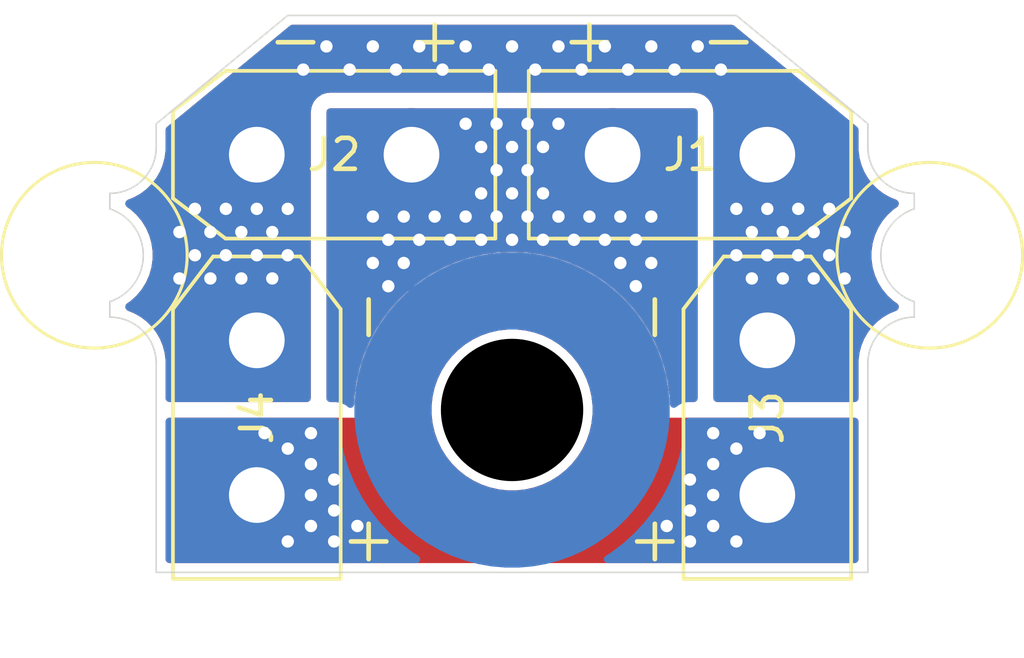
<source format=kicad_pcb>
(kicad_pcb (version 20240108) (generator "pcbnew") (generator_version "8.0")
  (layers (0 "F.Cu" signal) (1 "In1.Cu" signal) (2 "In2.Cu" signal) (31 "B.Cu" signal) (34 "B.Paste" user) (35 "F.Paste" user) (36 "B.SilkS" user "B.Silkscreen") (37 "F.SilkS" user "F.Silkscreen") (38 "B.Mask" user) (39 "F.Mask" user) (44 "Edge.Cuts" user))
  (net 0 "")
  (net 1 "GND")
  (net 2 "/BATT")
  (net 3 "/VCC")
  (footprint "Connector_AMASS:AMASS_XT30UPB-F_1x02_P5.0mm_Vertical" (layer "F.Cu") (at 93.25 65 180)
    (property "Reference" "J1" (at 2.5 0 180) (layer "F.SilkS"))
    (property "Value" "Conn_01x02_Pin")
    (fp_line (start 7.71 -2.71) (end 7.71 2.71) (stroke (width 0.12)) (layer "F.SilkS"))
    (fp_line (start -1.01 2.71) (end 7.71 2.71) (stroke (width 0.12)) (layer "F.SilkS"))
    (fp_line (start -1.01 -2.71) (end 7.71 -2.71) (stroke (width 0.12)) (layer "F.SilkS"))
    (fp_line (start -2.71 1.41) (end -1.01 2.71) (stroke (width 0.12)) (layer "F.SilkS"))
    (fp_line (start -2.71 -1.41) (end -1.01 -2.71) (stroke (width 0.12)) (layer "F.SilkS"))
    (fp_line (start -2.71 -1.41) (end -2.71 1.41) (stroke (width 0.12)) (layer "F.SilkS"))
    (fp_text user "+" (at 10.75 3.75 180) (layer "F.SilkS") (effects (font (size 1.5 1.5))))
    (fp_text user "-" (at 1.25 3.75 180) (layer "F.SilkS") (effects (font (size 1.5 1.5))))
    (pad "1" thru_hole rect (at 0 0 180) (size 3 3) (drill 1.8) (layers "*.Cu" "*.Mask") (net 1 "GND"))
    (pad "2" thru_hole circle (at 5 0 180) (size 3 3) (drill 1.8) (layers "*.Cu" "*.Mask") (net 2 "/BATT"))
  )
  (footprint "Connector_AMASS:AMASS_XT30UPB-F_1x02_P5.0mm_Vertical" (layer "F.Cu") (at 76.75 71 -90)
    (property "Reference" "J4" (at 2.5 0 90) (layer "F.SilkS"))
    (property "Value" "Conn_01x02_Socket")
    (fp_line (start -1.01 2.71) (end 7.71 2.71) (stroke (width 0.12)) (layer "F.SilkS"))
    (fp_line (start -2.71 1.41) (end -1.01 2.71) (stroke (width 0.12)) (layer "F.SilkS"))
    (fp_line (start -2.71 -1.41) (end -2.71 1.41) (stroke (width 0.12)) (layer "F.SilkS"))
    (fp_line (start -2.71 -1.41) (end -1.01 -2.71) (stroke (width 0.12)) (layer "F.SilkS"))
    (fp_line (start -1.01 -2.71) (end 7.71 -2.71) (stroke (width 0.12)) (layer "F.SilkS"))
    (fp_line (start 7.71 -2.71) (end 7.71 2.71) (stroke (width 0.12)) (layer "F.SilkS"))
    (fp_text user "-" (at -0.75 -3.5 90) (layer "F.SilkS") (effects (font (size 1.5 1.5))))
    (fp_text user "+" (at 6.5 -3.5 90) (layer "F.SilkS") (effects (font (size 1.5 1.5))))
    (pad "1" thru_hole rect (at 0 0 270) (size 3 3) (drill 1.8) (layers "*.Cu" "*.Mask") (net 1 "GND"))
    (pad "2" thru_hole circle (at 5 0 270) (size 3 3) (drill 1.8) (layers "*.Cu" "*.Mask") (net 3 "/VCC"))
  )
  (footprint "SMDNutSwitch:SMTSO2515_Switch" (layer "F.Cu") (at 85 73.25)
    (property "Reference" "SW1" (hide yes))
    (property "Value" "~" (hide yes))
    (pad "" np_thru_hole circle (at 0 0) (size 9.2 9.2) (drill 4.6) (layers "F.Mask"))
    (pad "1" smd custom (at -3.75 0) (size 0.1 0.1) (layers "F.Cu" "F.Mask") (net 3 "/VCC") (options (clearance outline) (anchor rect)) (primitives (gr_circle (center 3.75 0) (end 7.35 0) (width 2) (fill no))))
    (pad "2" smd custom (at -4 0) (size 0.1 0.1) (layers "B.Cu" "B.Mask") (net 2 "/BATT") (options (clearance outline) (anchor rect)) (primitives (gr_circle (center 4 0) (end 7.85 0) (width 2.5) (fill no))))
  )
  (footprint "Connector_AMASS:AMASS_XT30UPB-F_1x02_P5.0mm_Vertical" (layer "F.Cu") (at 76.75 65)
    (property "Reference" "J2" (at 2.5 0 0) (layer "F.SilkS"))
    (property "Value" "Conn_01x02_Pin")
    (fp_line (start -2.71 -1.41) (end -2.71 1.41) (stroke (width 0.12)) (layer "F.SilkS"))
    (fp_line (start -2.71 -1.41) (end -1.01 -2.71) (stroke (width 0.12)) (layer "F.SilkS"))
    (fp_line (start -2.71 1.41) (end -1.01 2.71) (stroke (width 0.12)) (layer "F.SilkS"))
    (fp_line (start -1.01 -2.71) (end 7.71 -2.71) (stroke (width 0.12)) (layer "F.SilkS"))
    (fp_line (start -1.01 2.71) (end 7.71 2.71) (stroke (width 0.12)) (layer "F.SilkS"))
    (fp_line (start 7.71 -2.71) (end 7.71 2.71) (stroke (width 0.12)) (layer "F.SilkS"))
    (fp_text user "-" (at 1.25 -3.75 0) (layer "F.SilkS") (effects (font (size 1.5 1.5))))
    (fp_text user "+" (at 10.75 -3.75 0) (layer "F.SilkS") (effects (font (size 1.5 1.5))))
    (pad "1" thru_hole rect (at 0 0) (size 3 3) (drill 1.8) (layers "*.Cu" "*.Mask") (net 1 "GND"))
    (pad "2" thru_hole circle (at 5 0) (size 3 3) (drill 1.8) (layers "*.Cu" "*.Mask") (net 2 "/BATT"))
  )
  (footprint "Connector_AMASS:AMASS_XT30UPB-F_1x02_P5.0mm_Vertical" (layer "F.Cu") (at 93.25 71 -90)
    (property "Reference" "J3" (at 2.5 0 90) (layer "F.SilkS"))
    (property "Value" "Conn_01x02_Socket")
    (fp_line (start -1.01 2.71) (end 7.71 2.71) (stroke (width 0.12)) (layer "F.SilkS"))
    (fp_line (start -2.71 1.41) (end -1.01 2.71) (stroke (width 0.12)) (layer "F.SilkS"))
    (fp_line (start -2.71 -1.41) (end -2.71 1.41) (stroke (width 0.12)) (layer "F.SilkS"))
    (fp_line (start -2.71 -1.41) (end -1.01 -2.71) (stroke (width 0.12)) (layer "F.SilkS"))
    (fp_line (start -1.01 -2.71) (end 7.71 -2.71) (stroke (width 0.12)) (layer "F.SilkS"))
    (fp_line (start 7.71 -2.71) (end 7.71 2.71) (stroke (width 0.12)) (layer "F.SilkS"))
    (fp_text user "-" (at -0.75 3.75 90) (layer "F.SilkS") (effects (font (size 1.5 1.5))))
    (fp_text user "+" (at 6.5 3.75 90) (layer "F.SilkS") (effects (font (size 1.5 1.5))))
    (pad "1" thru_hole rect (at 0 0 270) (size 3 3) (drill 1.8) (layers "*.Cu" "*.Mask") (net 1 "GND"))
    (pad "2" thru_hole circle (at 5 0 270) (size 3 3) (drill 1.8) (layers "*.Cu" "*.Mask") (net 3 "/VCC"))
  )
  (gr_circle (center 71.5 68.25) (end 74.5 68.25) (stroke (width 0.1)) (fill none) (layer "F.SilkS"))
  (gr_circle (center 98.5 68.25) (end 101.5 68.25) (stroke (width 0.1)) (fill none) (layer "F.SilkS"))
  (gr_line (start 96.5 64) (end 96.5 64.75) (stroke (width 0.05)) (layer "Edge.Cuts"))
  (gr_arc (start 73.5 64.75) (mid 73.06066 65.81066) (end 72 66.25) (stroke (width 0.05)) (layer "Edge.Cuts"))
  (gr_line (start 73.5 78.5) (end 96.5 78.5) (stroke (width 0.05)) (layer "Edge.Cuts"))
  (gr_arc (start 72 70.25) (mid 73.06066 70.68934) (end 73.5 71.75) (stroke (width 0.05)) (layer "Edge.Cuts"))
  (gr_line (start 73.5 78.5) (end 73.5 71.75) (stroke (width 0.05)) (layer "Edge.Cuts"))
  (gr_line (start 73.5 64.75) (end 73.5 64) (stroke (width 0.05)) (layer "Edge.Cuts"))
  (gr_line (start 77.75 60.5) (end 73.5 64) (stroke (width 0.05)) (layer "Edge.Cuts"))
  (gr_line (start 97.999999 69.749999) (end 98 70.25) (stroke (width 0.05)) (layer "Edge.Cuts"))
  (gr_line (start 96.5 71.75) (end 96.5 78.5) (stroke (width 0.05)) (layer "Edge.Cuts"))
  (gr_line (start 72 66.750001) (end 72 66.25) (stroke (width 0.05)) (layer "Edge.Cuts"))
  (gr_arc (start 72 66.750001) (mid 73.081138 68.25) (end 72.000001 69.749999) (stroke (width 0.05)) (layer "Edge.Cuts"))
  (gr_arc (start 98 66.25) (mid 96.93934 65.81066) (end 96.5 64.75) (stroke (width 0.05)) (layer "Edge.Cuts"))
  (gr_line (start 92.25 60.5) (end 96.5 64) (stroke (width 0.05)) (layer "Edge.Cuts"))
  (gr_line (start 77.75 60.5) (end 92.25 60.5) (stroke (width 0.05)) (layer "Edge.Cuts"))
  (gr_line (start 72 70.25) (end 72.000001 69.749999) (stroke (width 0.05)) (layer "Edge.Cuts"))
  (gr_arc (start 97.999999 69.749999) (mid 96.918862 68.25) (end 98 66.750001) (stroke (width 0.05)) (layer "Edge.Cuts"))
  (gr_line (start 98 66.25) (end 98 66.750001) (stroke (width 0.05)) (layer "Edge.Cuts"))
  (gr_arc (start 96.5 71.75) (mid 96.93934 70.68934) (end 98 70.25) (stroke (width 0.05)) (layer "Edge.Cuts"))
  (via (at 76.75 68.25) (size 0.75) (drill 0.4) (layers "F.Cu" "B.Cu") (net 1))
  (via (at 77.25 67.5) (size 0.75) (drill 0.4) (layers "F.Cu" "B.Cu") (net 1))
  (via (at 92.75 67.5) (size 0.75) (drill 0.4) (layers "F.Cu" "B.Cu") (net 1))
  (via (at 94.75 67.5) (size 0.75) (drill 0.4) (layers "F.Cu" "B.Cu") (net 1))
  (via (at 91 61.5) (size 0.75) (drill 0.4) (layers "F.Cu" "B.Cu") (net 1))
  (via (at 94.25 68.25) (size 0.75) (drill 0.4) (layers "F.Cu" "B.Cu") (net 1))
  (via (at 76.25 69) (size 0.75) (drill 0.4) (layers "F.Cu" "B.Cu") (net 1))
  (via (at 79.75 62.25) (size 0.75) (drill 0.4) (layers "F.Cu" "B.Cu") (net 1))
  (via (at 95.25 68.25) (size 0.75) (drill 0.4) (layers "F.Cu" "B.Cu") (net 1))
  (via (at 77.75 66.75) (size 0.75) (drill 0.4) (layers "F.Cu" "B.Cu") (net 1))
  (via (at 95.75 67.5) (size 0.75) (drill 0.4) (layers "F.Cu" "B.Cu") (net 1))
  (via (at 86.5 61.5) (size 0.75) (drill 0.4) (layers "F.Cu" "B.Cu") (net 1))
  (via (at 91.75 62.25) (size 0.75) (drill 0.4) (layers "F.Cu" "B.Cu") (net 1))
  (via (at 85 61.5) (size 0.75) (drill 0.4) (layers "F.Cu" "B.Cu") (net 1))
  (via (at 84.25 62.25) (size 0.75) (drill 0.4) (layers "F.Cu" "B.Cu") (net 1))
  (via (at 75.75 68.25) (size 0.75) (drill 0.4) (layers "F.Cu" "B.Cu") (net 1))
  (via (at 87.25 62.25) (size 0.75) (drill 0.4) (layers "F.Cu" "B.Cu") (net 1))
  (via (at 95.75 69) (size 0.75) (drill 0.4) (layers "F.Cu" "B.Cu") (net 1))
  (via (at 92.25 66.75) (size 0.75) (drill 0.4) (layers "F.Cu" "B.Cu") (net 1))
  (via (at 89.5 61.5) (size 0.75) (drill 0.4) (layers "F.Cu" "B.Cu") (net 1))
  (via (at 93.75 67.5) (size 0.75) (drill 0.4) (layers "F.Cu" "B.Cu") (net 1))
  (via (at 95.25 66.75) (size 0.75) (drill 0.4) (layers "F.Cu" "B.Cu") (net 1))
  (via (at 74.75 66.75) (size 0.75) (drill 0.4) (layers "F.Cu" "B.Cu") (net 1))
  (via (at 74.25 67.5) (size 0.75) (drill 0.4) (layers "F.Cu" "B.Cu") (net 1))
  (via (at 88.75 62.25) (size 0.75) (drill 0.4) (layers "F.Cu" "B.Cu") (net 1))
  (via (at 79 61.5) (size 0.75) (drill 0.4) (layers "F.Cu" "B.Cu") (net 1))
  (via (at 75.75 66.75) (size 0.75) (drill 0.4) (layers "F.Cu" "B.Cu") (net 1))
  (via (at 78.25 62.25) (size 0.75) (drill 0.4) (layers "F.Cu" "B.Cu") (net 1))
  (via (at 85.75 62.25) (size 0.75) (drill 0.4) (layers "F.Cu" "B.Cu") (net 1))
  (via (at 94.25 66.75) (size 0.75) (drill 0.4) (layers "F.Cu" "B.Cu") (net 1))
  (via (at 77.75 68.25) (size 0.75) (drill 0.4) (layers "F.Cu" "B.Cu") (net 1))
  (via (at 81.25 62.25) (size 0.75) (drill 0.4) (layers "F.Cu" "B.Cu") (net 1))
  (via (at 75.25 67.5) (size 0.75) (drill 0.4) (layers "F.Cu" "B.Cu") (net 1))
  (via (at 75.25 69) (size 0.75) (drill 0.4) (layers "F.Cu" "B.Cu") (net 1))
  (via (at 93.25 68.25) (size 0.75) (drill 0.4) (layers "F.Cu" "B.Cu") (net 1))
  (via (at 77.25 69) (size 0.75) (drill 0.4) (layers "F.Cu" "B.Cu") (net 1))
  (via (at 90.25 62.25) (size 0.75) (drill 0.4) (layers "F.Cu" "B.Cu") (net 1))
  (via (at 80.5 61.5) (size 0.75) (drill 0.4) (layers "F.Cu" "B.Cu") (net 1))
  (via (at 94.75 69) (size 0.75) (drill 0.4) (layers "F.Cu" "B.Cu") (net 1))
  (via (at 83.5 61.5) (size 0.75) (drill 0.4) (layers "F.Cu" "B.Cu") (net 1))
  (via (at 76.25 67.5) (size 0.75) (drill 0.4) (layers "F.Cu" "B.Cu") (net 1))
  (via (at 88 61.5) (size 0.75) (drill 0.4) (layers "F.Cu" "B.Cu") (net 1))
  (via (at 92.25 68.25) (size 0.75) (drill 0.4) (layers "F.Cu" "B.Cu") (net 1))
  (via (at 93.75 69) (size 0.75) (drill 0.4) (layers "F.Cu" "B.Cu") (net 1))
  (via (at 74.25 69) (size 0.75) (drill 0.4) (layers "F.Cu" "B.Cu") (net 1))
  (via (at 76.75 66.75) (size 0.75) (drill 0.4) (layers "F.Cu" "B.Cu") (net 1))
  (via (at 93.25 66.75) (size 0.75) (drill 0.4) (layers "F.Cu" "B.Cu") (net 1))
  (via (at 82.75 62.25) (size 0.75) (drill 0.4) (layers "F.Cu" "B.Cu") (net 1))
  (via (at 92.75 69) (size 0.75) (drill 0.4) (layers "F.Cu" "B.Cu") (net 1))
  (via (at 82 61.5) (size 0.75) (drill 0.4) (layers "F.Cu" "B.Cu") (net 1))
  (via (at 74.75 68.25) (size 0.75) (drill 0.4) (layers "F.Cu" "B.Cu") (net 1))
  (via (at 88 67.75) (size 0.75) (drill 0.4) (layers "F.Cu" "B.Cu") (net 2))
  (via (at 83.5 64) (size 0.75) (drill 0.4) (layers "F.Cu" "B.Cu") (net 2))
  (via (at 89.5 68.5) (size 0.75) (drill 0.4) (layers "F.Cu" "B.Cu") (net 2))
  (via (at 84 64.75) (size 0.75) (drill 0.4) (layers "F.Cu" "B.Cu") (net 2))
  (via (at 81 67.75) (size 0.75) (drill 0.4) (layers "F.Cu" "B.Cu") (net 2))
  (via (at 87 67.75) (size 0.75) (drill 0.4) (layers "F.Cu" "B.Cu") (net 2))
  (via (at 85 66.25) (size 0.75) (drill 0.4) (layers "F.Cu" "B.Cu") (net 2))
  (via (at 88.5 67) (size 0.75) (drill 0.4) (layers "F.Cu" "B.Cu") (net 2))
  (via (at 83.5 67) (size 0.75) (drill 0.4) (layers "F.Cu" "B.Cu") (net 2))
  (via (at 84 67.75) (size 0.75) (drill 0.4) (layers "F.Cu" "B.Cu") (net 2))
  (via (at 80.5 68.5) (size 0.75) (drill 0.4) (layers "F.Cu" "B.Cu") (net 2))
  (via (at 89.5 67) (size 0.75) (drill 0.4) (layers "F.Cu" "B.Cu") (net 2))
  (via (at 85.5 67) (size 0.75) (drill 0.4) (layers "F.Cu" "B.Cu") (net 2))
  (via (at 83 67.75) (size 0.75) (drill 0.4) (layers "F.Cu" "B.Cu") (net 2))
  (via (at 89 67.75) (size 0.75) (drill 0.4) (layers "F.Cu" "B.Cu") (net 2))
  (via (at 85.5 64) (size 0.75) (drill 0.4) (layers "F.Cu" "B.Cu") (net 2))
  (via (at 81.5 67) (size 0.75) (drill 0.4) (layers "F.Cu" "B.Cu") (net 2))
  (via (at 86.5 67) (size 0.75) (drill 0.4) (layers "F.Cu" "B.Cu") (net 2))
  (via (at 81 69.25) (size 0.75) (drill 0.4) (layers "F.Cu" "B.Cu") (net 2))
  (via (at 89 69.25) (size 0.75) (drill 0.4) (layers "F.Cu" "B.Cu") (net 2))
  (via (at 84.5 67) (size 0.75) (drill 0.4) (layers "F.Cu" "B.Cu") (net 2))
  (via (at 86.5 64) (size 0.75) (drill 0.4) (layers "F.Cu" "B.Cu") (net 2))
  (via (at 85 67.75) (size 0.75) (drill 0.4) (layers "F.Cu" "B.Cu") (net 2))
  (via (at 86 66.25) (size 0.75) (drill 0.4) (layers "F.Cu" "B.Cu") (net 2))
  (via (at 87.5 67) (size 0.75) (drill 0.4) (layers "F.Cu" "B.Cu") (net 2))
  (via (at 85 64.75) (size 0.75) (drill 0.4) (layers "F.Cu" "B.Cu") (net 2))
  (via (at 86 64.75) (size 0.75) (drill 0.4) (layers "F.Cu" "B.Cu") (net 2))
  (via (at 82 67.75) (size 0.75) (drill 0.4) (layers "F.Cu" "B.Cu") (net 2))
  (via (at 84.5 64) (size 0.75) (drill 0.4) (layers "F.Cu" "B.Cu") (net 2))
  (via (at 80.5 67) (size 0.75) (drill 0.4) (layers "F.Cu" "B.Cu") (net 2))
  (via (at 85.5 65.5) (size 0.75) (drill 0.4) (layers "F.Cu" "B.Cu") (net 2))
  (via (at 86 67.75) (size 0.75) (drill 0.4) (layers "F.Cu" "B.Cu") (net 2))
  (via (at 81.5 68.5) (size 0.75) (drill 0.4) (layers "F.Cu" "B.Cu") (net 2))
  (via (at 88.5 68.5) (size 0.75) (drill 0.4) (layers "F.Cu" "B.Cu") (net 2))
  (via (at 82.5 67) (size 0.75) (drill 0.4) (layers "F.Cu" "B.Cu") (net 2))
  (via (at 84.5 65.5) (size 0.75) (drill 0.4) (layers "F.Cu" "B.Cu") (net 2))
  (via (at 84 66.25) (size 0.75) (drill 0.4) (layers "F.Cu" "B.Cu") (net 2))
  (segment (start 81.75 67.25) (end 81.5 67) (width 0.2) (layer "B.Cu") (net 2))
  (segment (start 81.75 72.5) (end 81.75 68.75) (width 0.2) (layer "B.Cu") (net 2))
  (segment (start 81.75 68.25) (end 81.75 68) (width 0.2) (layer "B.Cu") (net 2))
  (segment (start 81.75 66.75) (end 81.75 64.75) (width 0.2) (layer "B.Cu") (net 2))
  (segment (start 81.75 68.75) (end 81.5 68.5) (width 0.2) (layer "B.Cu") (net 2))
  (segment (start 81.5 67) (end 81.75 66.75) (width 0.2) (layer "B.Cu") (net 2))
  (segment (start 81 73.25) (end 81.75 72.5) (width 0.2) (layer "B.Cu") (net 2))
  (segment (start 81.75 68) (end 82 67.75) (width 0.2) (layer "B.Cu") (net 2))
  (segment (start 81.5 68.5) (end 81.75 68.25) (width 0.2) (layer "B.Cu") (net 2))
  (segment (start 81.75 67.5) (end 81.75 67.25) (width 0.2) (layer "B.Cu") (net 2))
  (segment (start 82 67.75) (end 81.75 67.5) (width 0.2) (layer "B.Cu") (net 2))
  (via (at 92.25 74.5) (size 0.75) (drill 0.4) (layers "F.Cu" "B.Cu") (net 3))
  (via (at 77 74) (size 0.75) (drill 0.4) (layers "F.Cu" "B.Cu") (net 3))
  (via (at 91.5 74) (size 0.75) (drill 0.4) (layers "F.Cu" "B.Cu") (net 3))
  (via (at 93 74) (size 0.75) (drill 0.4) (layers "F.Cu" "B.Cu") (net 3))
  (via (at 91.5 76) (size 0.75) (drill 0.4) (layers "F.Cu" "B.Cu") (net 3))
  (via (at 90.75 77.5) (size 0.75) (drill 0.4) (layers "F.Cu" "B.Cu") (net 3))
  (via (at 78.5 77) (size 0.75) (drill 0.4) (layers "F.Cu" "B.Cu") (net 3))
  (via (at 91.5 75) (size 0.75) (drill 0.4) (layers "F.Cu" "B.Cu") (net 3))
  (via (at 79.25 76.5) (size 0.75) (drill 0.4) (layers "F.Cu" "B.Cu") (net 3))
  (via (at 90.75 75.5) (size 0.75) (drill 0.4) (layers "F.Cu" "B.Cu") (net 3))
  (via (at 78.5 76) (size 0.75) (drill 0.4) (layers "F.Cu" "B.Cu") (net 3))
  (via (at 79.25 77.5) (size 0.75) (drill 0.4) (layers "F.Cu" "B.Cu") (net 3))
  (via (at 80 77) (size 0.75) (drill 0.4) (layers "F.Cu" "B.Cu") (net 3))
  (via (at 77.75 77.5) (size 0.75) (drill 0.4) (layers "F.Cu" "B.Cu") (net 3))
  (via (at 92.25 77.5) (size 0.75) (drill 0.4) (layers "F.Cu" "B.Cu") (net 3))
  (via (at 77.75 74.5) (size 0.75) (drill 0.4) (layers "F.Cu" "B.Cu") (net 3))
  (via (at 90.75 76.5) (size 0.75) (drill 0.4) (layers "F.Cu" "B.Cu") (net 3))
  (via (at 79.25 75.5) (size 0.75) (drill 0.4) (layers "F.Cu" "B.Cu") (net 3))
  (via (at 90 77) (size 0.75) (drill 0.4) (layers "F.Cu" "B.Cu") (net 3))
  (via (at 78.5 75) (size 0.75) (drill 0.4) (layers "F.Cu" "B.Cu") (net 3))
  (via (at 78.5 74) (size 0.75) (drill 0.4) (layers "F.Cu" "B.Cu") (net 3))
  (via (at 91.5 77) (size 0.75) (drill 0.4) (layers "F.Cu" "B.Cu") (net 3))
  (zone (net 3) (net_name "/VCC") (layers "F.Cu" "In1.Cu" "In2.Cu" "B.Cu") (priority 2) (connect_pads yes (clearance 0.3)) (min_thickness 0.25) (fill yes (thermal_gap 0.5) (thermal_bridge_width 0.5))
    (polygon (pts (xy 72.5 73.5) (xy 72.5 78.5) (xy 97.5 78.5) (xy 97.5 73.5)))
  )
  (zone (net 1) (net_name "GND") (layers "F.Cu" "In1.Cu" "In2.Cu" "B.Cu") (connect_pads yes (clearance 0)) (min_thickness 0.25) (fill yes (thermal_gap 0.5) (thermal_bridge_width 0.5))
    (polygon (pts (xy 97.5 73.5) (xy 72.5 73.5) (xy 72.5 60) (xy 97.5 60)))
  )
  (zone (net 2) (net_name "/BATT") (layers "F.Cu" "In1.Cu" "In2.Cu" "B.Cu") (priority 1) (connect_pads yes (clearance 0)) (min_thickness 0.25) (fill yes (thermal_gap 0.5) (thermal_bridge_width 0.5))
    (polygon (pts (xy 79 63.5) (xy 79 73.5) (xy 91 73.5) (xy 91 63.5)))
  )
)
</source>
